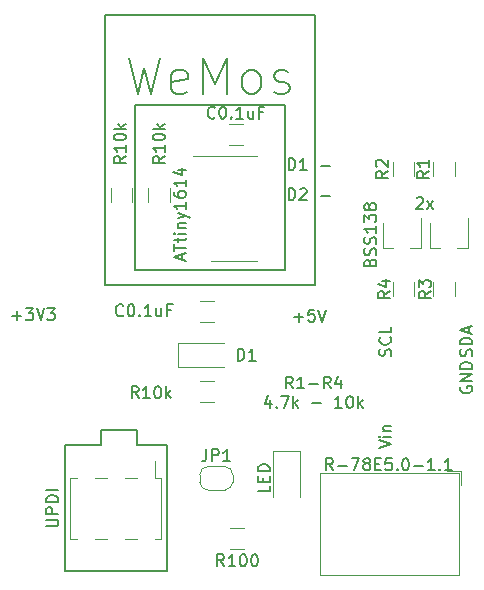
<source format=gto>
G04 #@! TF.GenerationSoftware,KiCad,Pcbnew,(5.1.5-0-10_14)*
G04 #@! TF.CreationDate,2020-04-22T00:34:19+02:00*
G04 #@! TF.ProjectId,ithowifi,6974686f-7769-4666-992e-6b696361645f,rev?*
G04 #@! TF.SameCoordinates,Original*
G04 #@! TF.FileFunction,Legend,Top*
G04 #@! TF.FilePolarity,Positive*
%FSLAX46Y46*%
G04 Gerber Fmt 4.6, Leading zero omitted, Abs format (unit mm)*
G04 Created by KiCad (PCBNEW (5.1.5-0-10_14)) date 2020-04-22 00:34:19*
%MOMM*%
%LPD*%
G04 APERTURE LIST*
%ADD10C,0.150000*%
%ADD11C,0.120000*%
G04 APERTURE END LIST*
D10*
X98806000Y-149352000D02*
X98806000Y-138684000D01*
X90170000Y-149352000D02*
X98806000Y-149352000D01*
X90170000Y-138684000D02*
X90170000Y-149352000D01*
X93218000Y-138684000D02*
X90170000Y-138684000D01*
X93218000Y-137414000D02*
X93218000Y-138684000D01*
X96266000Y-137414000D02*
X93218000Y-137414000D01*
X96266000Y-138684000D02*
X96266000Y-137414000D01*
X98806000Y-138684000D02*
X96266000Y-138684000D01*
X109132904Y-117927380D02*
X109132904Y-116927380D01*
X109371000Y-116927380D01*
X109513857Y-116975000D01*
X109609095Y-117070238D01*
X109656714Y-117165476D01*
X109704333Y-117355952D01*
X109704333Y-117498809D01*
X109656714Y-117689285D01*
X109609095Y-117784523D01*
X109513857Y-117879761D01*
X109371000Y-117927380D01*
X109132904Y-117927380D01*
X110085285Y-117022619D02*
X110132904Y-116975000D01*
X110228142Y-116927380D01*
X110466238Y-116927380D01*
X110561476Y-116975000D01*
X110609095Y-117022619D01*
X110656714Y-117117857D01*
X110656714Y-117213095D01*
X110609095Y-117355952D01*
X110037666Y-117927380D01*
X110656714Y-117927380D01*
X111847190Y-117546428D02*
X112609095Y-117546428D01*
X109132904Y-115387380D02*
X109132904Y-114387380D01*
X109371000Y-114387380D01*
X109513857Y-114435000D01*
X109609095Y-114530238D01*
X109656714Y-114625476D01*
X109704333Y-114815952D01*
X109704333Y-114958809D01*
X109656714Y-115149285D01*
X109609095Y-115244523D01*
X109513857Y-115339761D01*
X109371000Y-115387380D01*
X109132904Y-115387380D01*
X110656714Y-115387380D02*
X110085285Y-115387380D01*
X110371000Y-115387380D02*
X110371000Y-114387380D01*
X110275761Y-114530238D01*
X110180523Y-114625476D01*
X110085285Y-114673095D01*
X111847190Y-115006428D02*
X112609095Y-115006428D01*
X85741095Y-127706428D02*
X86503000Y-127706428D01*
X86122047Y-128087380D02*
X86122047Y-127325476D01*
X86883952Y-127087380D02*
X87503000Y-127087380D01*
X87169666Y-127468333D01*
X87312523Y-127468333D01*
X87407761Y-127515952D01*
X87455380Y-127563571D01*
X87503000Y-127658809D01*
X87503000Y-127896904D01*
X87455380Y-127992142D01*
X87407761Y-128039761D01*
X87312523Y-128087380D01*
X87026809Y-128087380D01*
X86931571Y-128039761D01*
X86883952Y-127992142D01*
X87788714Y-127087380D02*
X88122047Y-128087380D01*
X88455380Y-127087380D01*
X88693476Y-127087380D02*
X89312523Y-127087380D01*
X88979190Y-127468333D01*
X89122047Y-127468333D01*
X89217285Y-127515952D01*
X89264904Y-127563571D01*
X89312523Y-127658809D01*
X89312523Y-127896904D01*
X89264904Y-127992142D01*
X89217285Y-128039761D01*
X89122047Y-128087380D01*
X88836333Y-128087380D01*
X88741095Y-128039761D01*
X88693476Y-127992142D01*
X109585285Y-127833428D02*
X110347190Y-127833428D01*
X109966238Y-128214380D02*
X109966238Y-127452476D01*
X111299571Y-127214380D02*
X110823380Y-127214380D01*
X110775761Y-127690571D01*
X110823380Y-127642952D01*
X110918619Y-127595333D01*
X111156714Y-127595333D01*
X111251952Y-127642952D01*
X111299571Y-127690571D01*
X111347190Y-127785809D01*
X111347190Y-128023904D01*
X111299571Y-128119142D01*
X111251952Y-128166761D01*
X111156714Y-128214380D01*
X110918619Y-128214380D01*
X110823380Y-128166761D01*
X110775761Y-128119142D01*
X111632904Y-127214380D02*
X111966238Y-128214380D01*
X112299571Y-127214380D01*
X109490095Y-133866380D02*
X109156761Y-133390190D01*
X108918666Y-133866380D02*
X108918666Y-132866380D01*
X109299619Y-132866380D01*
X109394857Y-132914000D01*
X109442476Y-132961619D01*
X109490095Y-133056857D01*
X109490095Y-133199714D01*
X109442476Y-133294952D01*
X109394857Y-133342571D01*
X109299619Y-133390190D01*
X108918666Y-133390190D01*
X110442476Y-133866380D02*
X109871047Y-133866380D01*
X110156761Y-133866380D02*
X110156761Y-132866380D01*
X110061523Y-133009238D01*
X109966285Y-133104476D01*
X109871047Y-133152095D01*
X110871047Y-133485428D02*
X111632952Y-133485428D01*
X112680571Y-133866380D02*
X112347238Y-133390190D01*
X112109142Y-133866380D02*
X112109142Y-132866380D01*
X112490095Y-132866380D01*
X112585333Y-132914000D01*
X112632952Y-132961619D01*
X112680571Y-133056857D01*
X112680571Y-133199714D01*
X112632952Y-133294952D01*
X112585333Y-133342571D01*
X112490095Y-133390190D01*
X112109142Y-133390190D01*
X113537714Y-133199714D02*
X113537714Y-133866380D01*
X113299619Y-132818761D02*
X113061523Y-133533047D01*
X113680571Y-133533047D01*
X107585333Y-134849714D02*
X107585333Y-135516380D01*
X107347238Y-134468761D02*
X107109142Y-135183047D01*
X107728190Y-135183047D01*
X108109142Y-135421142D02*
X108156761Y-135468761D01*
X108109142Y-135516380D01*
X108061523Y-135468761D01*
X108109142Y-135421142D01*
X108109142Y-135516380D01*
X108490095Y-134516380D02*
X109156761Y-134516380D01*
X108728190Y-135516380D01*
X109537714Y-135516380D02*
X109537714Y-134516380D01*
X109632952Y-135135428D02*
X109918666Y-135516380D01*
X109918666Y-134849714D02*
X109537714Y-135230666D01*
X111109142Y-135135428D02*
X111871047Y-135135428D01*
X113632952Y-135516380D02*
X113061523Y-135516380D01*
X113347238Y-135516380D02*
X113347238Y-134516380D01*
X113252000Y-134659238D01*
X113156761Y-134754476D01*
X113061523Y-134802095D01*
X114252000Y-134516380D02*
X114347238Y-134516380D01*
X114442476Y-134564000D01*
X114490095Y-134611619D01*
X114537714Y-134706857D01*
X114585333Y-134897333D01*
X114585333Y-135135428D01*
X114537714Y-135325904D01*
X114490095Y-135421142D01*
X114442476Y-135468761D01*
X114347238Y-135516380D01*
X114252000Y-135516380D01*
X114156761Y-135468761D01*
X114109142Y-135421142D01*
X114061523Y-135325904D01*
X114013904Y-135135428D01*
X114013904Y-134897333D01*
X114061523Y-134706857D01*
X114109142Y-134611619D01*
X114156761Y-134564000D01*
X114252000Y-134516380D01*
X115013904Y-135516380D02*
X115013904Y-134516380D01*
X115109142Y-135135428D02*
X115394857Y-135516380D01*
X115394857Y-134849714D02*
X115013904Y-135230666D01*
X116800380Y-138945809D02*
X117800380Y-138612476D01*
X116800380Y-138279142D01*
X117800380Y-137945809D02*
X117133714Y-137945809D01*
X116800380Y-137945809D02*
X116848000Y-137993428D01*
X116895619Y-137945809D01*
X116848000Y-137898190D01*
X116800380Y-137945809D01*
X116895619Y-137945809D01*
X117133714Y-137469619D02*
X117800380Y-137469619D01*
X117228952Y-137469619D02*
X117181333Y-137422000D01*
X117133714Y-137326761D01*
X117133714Y-137183904D01*
X117181333Y-137088666D01*
X117276571Y-137041047D01*
X117800380Y-137041047D01*
X123706000Y-133730904D02*
X123658380Y-133826142D01*
X123658380Y-133969000D01*
X123706000Y-134111857D01*
X123801238Y-134207095D01*
X123896476Y-134254714D01*
X124086952Y-134302333D01*
X124229809Y-134302333D01*
X124420285Y-134254714D01*
X124515523Y-134207095D01*
X124610761Y-134111857D01*
X124658380Y-133969000D01*
X124658380Y-133873761D01*
X124610761Y-133730904D01*
X124563142Y-133683285D01*
X124229809Y-133683285D01*
X124229809Y-133873761D01*
X124658380Y-133254714D02*
X123658380Y-133254714D01*
X124658380Y-132683285D01*
X123658380Y-132683285D01*
X124658380Y-132207095D02*
X123658380Y-132207095D01*
X123658380Y-131969000D01*
X123706000Y-131826142D01*
X123801238Y-131730904D01*
X123896476Y-131683285D01*
X124086952Y-131635666D01*
X124229809Y-131635666D01*
X124420285Y-131683285D01*
X124515523Y-131730904D01*
X124610761Y-131826142D01*
X124658380Y-131969000D01*
X124658380Y-132207095D01*
X117752761Y-131111476D02*
X117800380Y-130968619D01*
X117800380Y-130730523D01*
X117752761Y-130635285D01*
X117705142Y-130587666D01*
X117609904Y-130540047D01*
X117514666Y-130540047D01*
X117419428Y-130587666D01*
X117371809Y-130635285D01*
X117324190Y-130730523D01*
X117276571Y-130921000D01*
X117228952Y-131016238D01*
X117181333Y-131063857D01*
X117086095Y-131111476D01*
X116990857Y-131111476D01*
X116895619Y-131063857D01*
X116848000Y-131016238D01*
X116800380Y-130921000D01*
X116800380Y-130682904D01*
X116848000Y-130540047D01*
X117705142Y-129540047D02*
X117752761Y-129587666D01*
X117800380Y-129730523D01*
X117800380Y-129825761D01*
X117752761Y-129968619D01*
X117657523Y-130063857D01*
X117562285Y-130111476D01*
X117371809Y-130159095D01*
X117228952Y-130159095D01*
X117038476Y-130111476D01*
X116943238Y-130063857D01*
X116848000Y-129968619D01*
X116800380Y-129825761D01*
X116800380Y-129730523D01*
X116848000Y-129587666D01*
X116895619Y-129540047D01*
X117800380Y-128635285D02*
X117800380Y-129111476D01*
X116800380Y-129111476D01*
X124610761Y-131135285D02*
X124658380Y-130992428D01*
X124658380Y-130754333D01*
X124610761Y-130659095D01*
X124563142Y-130611476D01*
X124467904Y-130563857D01*
X124372666Y-130563857D01*
X124277428Y-130611476D01*
X124229809Y-130659095D01*
X124182190Y-130754333D01*
X124134571Y-130944809D01*
X124086952Y-131040047D01*
X124039333Y-131087666D01*
X123944095Y-131135285D01*
X123848857Y-131135285D01*
X123753619Y-131087666D01*
X123706000Y-131040047D01*
X123658380Y-130944809D01*
X123658380Y-130706714D01*
X123706000Y-130563857D01*
X124658380Y-130135285D02*
X123658380Y-130135285D01*
X123658380Y-129897190D01*
X123706000Y-129754333D01*
X123801238Y-129659095D01*
X123896476Y-129611476D01*
X124086952Y-129563857D01*
X124229809Y-129563857D01*
X124420285Y-129611476D01*
X124515523Y-129659095D01*
X124610761Y-129754333D01*
X124658380Y-129897190D01*
X124658380Y-130135285D01*
X124372666Y-129182904D02*
X124372666Y-128706714D01*
X124658380Y-129278142D02*
X123658380Y-128944809D01*
X124658380Y-128611476D01*
D11*
X95906000Y-118077064D02*
X95906000Y-116872936D01*
X94086000Y-118077064D02*
X94086000Y-116872936D01*
X99081000Y-118077064D02*
X99081000Y-116872936D01*
X97261000Y-118077064D02*
X97261000Y-116872936D01*
X121072000Y-119829000D02*
X121072000Y-121979000D01*
X124292000Y-119404000D02*
X124292000Y-121979000D01*
X121982000Y-121979000D02*
X121072000Y-121979000D01*
X124292000Y-121979000D02*
X123382000Y-121979000D01*
X104045936Y-113305000D02*
X105250064Y-113305000D01*
X104045936Y-111485000D02*
X105250064Y-111485000D01*
X104521000Y-114183000D02*
X101071000Y-114183000D01*
X104521000Y-114183000D02*
X106471000Y-114183000D01*
X104521000Y-123053000D02*
X102571000Y-123053000D01*
X104521000Y-123053000D02*
X106471000Y-123053000D01*
X102840064Y-133202000D02*
X101635936Y-133202000D01*
X102840064Y-135022000D02*
X101635936Y-135022000D01*
X117074000Y-119829000D02*
X117074000Y-121979000D01*
X120294000Y-119404000D02*
X120294000Y-121979000D01*
X117984000Y-121979000D02*
X117074000Y-121979000D01*
X120294000Y-121979000D02*
X119384000Y-121979000D01*
X103697000Y-142478000D02*
X102297000Y-142478000D01*
X101597000Y-141778000D02*
X101597000Y-141178000D01*
X102297000Y-140478000D02*
X103697000Y-140478000D01*
X104397000Y-141178000D02*
X104397000Y-141778000D01*
X104397000Y-141778000D02*
G75*
G02X103697000Y-142478000I-700000J0D01*
G01*
X103697000Y-140478000D02*
G75*
G02X104397000Y-141178000I0J-700000D01*
G01*
X101597000Y-141178000D02*
G75*
G02X102297000Y-140478000I700000J0D01*
G01*
X102297000Y-142478000D02*
G75*
G02X101597000Y-141778000I0J700000D01*
G01*
X93728000Y-146618000D02*
X92708000Y-146618000D01*
X93728000Y-141418000D02*
X92708000Y-141418000D01*
X96268000Y-146618000D02*
X95248000Y-146618000D01*
X96268000Y-141418000D02*
X95248000Y-141418000D01*
X91188000Y-146618000D02*
X90618000Y-146618000D01*
X91188000Y-141418000D02*
X90618000Y-141418000D01*
X98358000Y-146618000D02*
X97788000Y-146618000D01*
X98358000Y-141418000D02*
X97788000Y-141418000D01*
X97788000Y-139978000D02*
X97788000Y-141418000D01*
X90618000Y-141418000D02*
X90618000Y-146618000D01*
X98358000Y-141418000D02*
X98358000Y-146618000D01*
X99766000Y-130064000D02*
X103666000Y-130064000D01*
X99766000Y-132064000D02*
X103666000Y-132064000D01*
X99766000Y-130064000D02*
X99766000Y-132064000D01*
X101632936Y-128291000D02*
X102837064Y-128291000D01*
X101632936Y-126471000D02*
X102837064Y-126471000D01*
X104172936Y-147468000D02*
X105377064Y-147468000D01*
X104172936Y-145648000D02*
X105377064Y-145648000D01*
X107831000Y-139193000D02*
X107831000Y-143078000D01*
X110101000Y-139193000D02*
X107831000Y-139193000D01*
X110101000Y-143078000D02*
X110101000Y-139193000D01*
X117962000Y-124873936D02*
X117962000Y-126078064D01*
X119782000Y-124873936D02*
X119782000Y-126078064D01*
X121391000Y-124873936D02*
X121391000Y-126078064D01*
X123211000Y-124873936D02*
X123211000Y-126078064D01*
X123185600Y-114710936D02*
X123185600Y-115915064D01*
X121365600Y-114710936D02*
X121365600Y-115915064D01*
X119782000Y-115915064D02*
X119782000Y-114710936D01*
X117962000Y-115915064D02*
X117962000Y-114710936D01*
X123753000Y-140829000D02*
X122513000Y-140829000D01*
X123753000Y-142069000D02*
X123753000Y-140829000D01*
X111792000Y-149689000D02*
X111792000Y-141069000D01*
X123513000Y-149689000D02*
X123513000Y-141069000D01*
X123513000Y-141069000D02*
X111792000Y-141069000D01*
X123513000Y-149689000D02*
X111792000Y-149689000D01*
D10*
X111379000Y-102235000D02*
X111379000Y-125095000D01*
X93599000Y-102235000D02*
X111379000Y-102235000D01*
X93599000Y-125095000D02*
X93599000Y-102235000D01*
X111379000Y-125095000D02*
X93599000Y-125095000D01*
X96139000Y-123825000D02*
X108839000Y-123825000D01*
X96139000Y-109855000D02*
X96139000Y-123825000D01*
X108839000Y-109855000D02*
X96139000Y-109855000D01*
X108839000Y-123825000D02*
X108839000Y-109855000D01*
X95321380Y-114204619D02*
X94845190Y-114537952D01*
X95321380Y-114776047D02*
X94321380Y-114776047D01*
X94321380Y-114395095D01*
X94369000Y-114299857D01*
X94416619Y-114252238D01*
X94511857Y-114204619D01*
X94654714Y-114204619D01*
X94749952Y-114252238D01*
X94797571Y-114299857D01*
X94845190Y-114395095D01*
X94845190Y-114776047D01*
X95321380Y-113252238D02*
X95321380Y-113823666D01*
X95321380Y-113537952D02*
X94321380Y-113537952D01*
X94464238Y-113633190D01*
X94559476Y-113728428D01*
X94607095Y-113823666D01*
X94321380Y-112633190D02*
X94321380Y-112537952D01*
X94369000Y-112442714D01*
X94416619Y-112395095D01*
X94511857Y-112347476D01*
X94702333Y-112299857D01*
X94940428Y-112299857D01*
X95130904Y-112347476D01*
X95226142Y-112395095D01*
X95273761Y-112442714D01*
X95321380Y-112537952D01*
X95321380Y-112633190D01*
X95273761Y-112728428D01*
X95226142Y-112776047D01*
X95130904Y-112823666D01*
X94940428Y-112871285D01*
X94702333Y-112871285D01*
X94511857Y-112823666D01*
X94416619Y-112776047D01*
X94369000Y-112728428D01*
X94321380Y-112633190D01*
X95321380Y-111871285D02*
X94321380Y-111871285D01*
X94940428Y-111776047D02*
X95321380Y-111490333D01*
X94654714Y-111490333D02*
X95035666Y-111871285D01*
X98623380Y-114204619D02*
X98147190Y-114537952D01*
X98623380Y-114776047D02*
X97623380Y-114776047D01*
X97623380Y-114395095D01*
X97671000Y-114299857D01*
X97718619Y-114252238D01*
X97813857Y-114204619D01*
X97956714Y-114204619D01*
X98051952Y-114252238D01*
X98099571Y-114299857D01*
X98147190Y-114395095D01*
X98147190Y-114776047D01*
X98623380Y-113252238D02*
X98623380Y-113823666D01*
X98623380Y-113537952D02*
X97623380Y-113537952D01*
X97766238Y-113633190D01*
X97861476Y-113728428D01*
X97909095Y-113823666D01*
X97623380Y-112633190D02*
X97623380Y-112537952D01*
X97671000Y-112442714D01*
X97718619Y-112395095D01*
X97813857Y-112347476D01*
X98004333Y-112299857D01*
X98242428Y-112299857D01*
X98432904Y-112347476D01*
X98528142Y-112395095D01*
X98575761Y-112442714D01*
X98623380Y-112537952D01*
X98623380Y-112633190D01*
X98575761Y-112728428D01*
X98528142Y-112776047D01*
X98432904Y-112823666D01*
X98242428Y-112871285D01*
X98004333Y-112871285D01*
X97813857Y-112823666D01*
X97718619Y-112776047D01*
X97671000Y-112728428D01*
X97623380Y-112633190D01*
X98623380Y-111871285D02*
X97623380Y-111871285D01*
X98242428Y-111776047D02*
X98623380Y-111490333D01*
X97956714Y-111490333D02*
X98337666Y-111871285D01*
X119959523Y-117784619D02*
X120007142Y-117737000D01*
X120102380Y-117689380D01*
X120340476Y-117689380D01*
X120435714Y-117737000D01*
X120483333Y-117784619D01*
X120530952Y-117879857D01*
X120530952Y-117975095D01*
X120483333Y-118117952D01*
X119911904Y-118689380D01*
X120530952Y-118689380D01*
X120864285Y-118689380D02*
X121388095Y-118022714D01*
X120864285Y-118022714D02*
X121388095Y-118689380D01*
X102886095Y-110932142D02*
X102838476Y-110979761D01*
X102695619Y-111027380D01*
X102600380Y-111027380D01*
X102457523Y-110979761D01*
X102362285Y-110884523D01*
X102314666Y-110789285D01*
X102267047Y-110598809D01*
X102267047Y-110455952D01*
X102314666Y-110265476D01*
X102362285Y-110170238D01*
X102457523Y-110075000D01*
X102600380Y-110027380D01*
X102695619Y-110027380D01*
X102838476Y-110075000D01*
X102886095Y-110122619D01*
X103505142Y-110027380D02*
X103600380Y-110027380D01*
X103695619Y-110075000D01*
X103743238Y-110122619D01*
X103790857Y-110217857D01*
X103838476Y-110408333D01*
X103838476Y-110646428D01*
X103790857Y-110836904D01*
X103743238Y-110932142D01*
X103695619Y-110979761D01*
X103600380Y-111027380D01*
X103505142Y-111027380D01*
X103409904Y-110979761D01*
X103362285Y-110932142D01*
X103314666Y-110836904D01*
X103267047Y-110646428D01*
X103267047Y-110408333D01*
X103314666Y-110217857D01*
X103362285Y-110122619D01*
X103409904Y-110075000D01*
X103505142Y-110027380D01*
X104267047Y-110932142D02*
X104314666Y-110979761D01*
X104267047Y-111027380D01*
X104219428Y-110979761D01*
X104267047Y-110932142D01*
X104267047Y-111027380D01*
X105267047Y-111027380D02*
X104695619Y-111027380D01*
X104981333Y-111027380D02*
X104981333Y-110027380D01*
X104886095Y-110170238D01*
X104790857Y-110265476D01*
X104695619Y-110313095D01*
X106124190Y-110360714D02*
X106124190Y-111027380D01*
X105695619Y-110360714D02*
X105695619Y-110884523D01*
X105743238Y-110979761D01*
X105838476Y-111027380D01*
X105981333Y-111027380D01*
X106076571Y-110979761D01*
X106124190Y-110932142D01*
X106933714Y-110503571D02*
X106600380Y-110503571D01*
X106600380Y-111027380D02*
X106600380Y-110027380D01*
X107076571Y-110027380D01*
X100115666Y-123006952D02*
X100115666Y-122530761D01*
X100401380Y-123102190D02*
X99401380Y-122768857D01*
X100401380Y-122435523D01*
X99401380Y-122245047D02*
X99401380Y-121673619D01*
X100401380Y-121959333D02*
X99401380Y-121959333D01*
X99734714Y-121483142D02*
X99734714Y-121102190D01*
X99401380Y-121340285D02*
X100258523Y-121340285D01*
X100353761Y-121292666D01*
X100401380Y-121197428D01*
X100401380Y-121102190D01*
X100401380Y-120768857D02*
X99734714Y-120768857D01*
X99401380Y-120768857D02*
X99449000Y-120816476D01*
X99496619Y-120768857D01*
X99449000Y-120721238D01*
X99401380Y-120768857D01*
X99496619Y-120768857D01*
X99734714Y-120292666D02*
X100401380Y-120292666D01*
X99829952Y-120292666D02*
X99782333Y-120245047D01*
X99734714Y-120149809D01*
X99734714Y-120006952D01*
X99782333Y-119911714D01*
X99877571Y-119864095D01*
X100401380Y-119864095D01*
X99734714Y-119483142D02*
X100401380Y-119245047D01*
X99734714Y-119006952D02*
X100401380Y-119245047D01*
X100639476Y-119340285D01*
X100687095Y-119387904D01*
X100734714Y-119483142D01*
X100401380Y-118102190D02*
X100401380Y-118673619D01*
X100401380Y-118387904D02*
X99401380Y-118387904D01*
X99544238Y-118483142D01*
X99639476Y-118578380D01*
X99687095Y-118673619D01*
X99401380Y-117245047D02*
X99401380Y-117435523D01*
X99449000Y-117530761D01*
X99496619Y-117578380D01*
X99639476Y-117673619D01*
X99829952Y-117721238D01*
X100210904Y-117721238D01*
X100306142Y-117673619D01*
X100353761Y-117626000D01*
X100401380Y-117530761D01*
X100401380Y-117340285D01*
X100353761Y-117245047D01*
X100306142Y-117197428D01*
X100210904Y-117149809D01*
X99972809Y-117149809D01*
X99877571Y-117197428D01*
X99829952Y-117245047D01*
X99782333Y-117340285D01*
X99782333Y-117530761D01*
X99829952Y-117626000D01*
X99877571Y-117673619D01*
X99972809Y-117721238D01*
X100401380Y-116197428D02*
X100401380Y-116768857D01*
X100401380Y-116483142D02*
X99401380Y-116483142D01*
X99544238Y-116578380D01*
X99639476Y-116673619D01*
X99687095Y-116768857D01*
X99734714Y-115340285D02*
X100401380Y-115340285D01*
X99353761Y-115578380D02*
X100068047Y-115816476D01*
X100068047Y-115197428D01*
X96424880Y-134691380D02*
X96091547Y-134215190D01*
X95853452Y-134691380D02*
X95853452Y-133691380D01*
X96234404Y-133691380D01*
X96329642Y-133739000D01*
X96377261Y-133786619D01*
X96424880Y-133881857D01*
X96424880Y-134024714D01*
X96377261Y-134119952D01*
X96329642Y-134167571D01*
X96234404Y-134215190D01*
X95853452Y-134215190D01*
X97377261Y-134691380D02*
X96805833Y-134691380D01*
X97091547Y-134691380D02*
X97091547Y-133691380D01*
X96996309Y-133834238D01*
X96901071Y-133929476D01*
X96805833Y-133977095D01*
X97996309Y-133691380D02*
X98091547Y-133691380D01*
X98186785Y-133739000D01*
X98234404Y-133786619D01*
X98282023Y-133881857D01*
X98329642Y-134072333D01*
X98329642Y-134310428D01*
X98282023Y-134500904D01*
X98234404Y-134596142D01*
X98186785Y-134643761D01*
X98091547Y-134691380D01*
X97996309Y-134691380D01*
X97901071Y-134643761D01*
X97853452Y-134596142D01*
X97805833Y-134500904D01*
X97758214Y-134310428D01*
X97758214Y-134072333D01*
X97805833Y-133881857D01*
X97853452Y-133786619D01*
X97901071Y-133739000D01*
X97996309Y-133691380D01*
X98758214Y-134691380D02*
X98758214Y-133691380D01*
X98853452Y-134310428D02*
X99139166Y-134691380D01*
X99139166Y-134024714D02*
X98758214Y-134405666D01*
X116006571Y-123213523D02*
X116054190Y-123070666D01*
X116101809Y-123023047D01*
X116197047Y-122975428D01*
X116339904Y-122975428D01*
X116435142Y-123023047D01*
X116482761Y-123070666D01*
X116530380Y-123165904D01*
X116530380Y-123546857D01*
X115530380Y-123546857D01*
X115530380Y-123213523D01*
X115578000Y-123118285D01*
X115625619Y-123070666D01*
X115720857Y-123023047D01*
X115816095Y-123023047D01*
X115911333Y-123070666D01*
X115958952Y-123118285D01*
X116006571Y-123213523D01*
X116006571Y-123546857D01*
X116482761Y-122594476D02*
X116530380Y-122451619D01*
X116530380Y-122213523D01*
X116482761Y-122118285D01*
X116435142Y-122070666D01*
X116339904Y-122023047D01*
X116244666Y-122023047D01*
X116149428Y-122070666D01*
X116101809Y-122118285D01*
X116054190Y-122213523D01*
X116006571Y-122404000D01*
X115958952Y-122499238D01*
X115911333Y-122546857D01*
X115816095Y-122594476D01*
X115720857Y-122594476D01*
X115625619Y-122546857D01*
X115578000Y-122499238D01*
X115530380Y-122404000D01*
X115530380Y-122165904D01*
X115578000Y-122023047D01*
X116482761Y-121642095D02*
X116530380Y-121499238D01*
X116530380Y-121261142D01*
X116482761Y-121165904D01*
X116435142Y-121118285D01*
X116339904Y-121070666D01*
X116244666Y-121070666D01*
X116149428Y-121118285D01*
X116101809Y-121165904D01*
X116054190Y-121261142D01*
X116006571Y-121451619D01*
X115958952Y-121546857D01*
X115911333Y-121594476D01*
X115816095Y-121642095D01*
X115720857Y-121642095D01*
X115625619Y-121594476D01*
X115578000Y-121546857D01*
X115530380Y-121451619D01*
X115530380Y-121213523D01*
X115578000Y-121070666D01*
X116530380Y-120118285D02*
X116530380Y-120689714D01*
X116530380Y-120404000D02*
X115530380Y-120404000D01*
X115673238Y-120499238D01*
X115768476Y-120594476D01*
X115816095Y-120689714D01*
X115530380Y-119784952D02*
X115530380Y-119165904D01*
X115911333Y-119499238D01*
X115911333Y-119356380D01*
X115958952Y-119261142D01*
X116006571Y-119213523D01*
X116101809Y-119165904D01*
X116339904Y-119165904D01*
X116435142Y-119213523D01*
X116482761Y-119261142D01*
X116530380Y-119356380D01*
X116530380Y-119642095D01*
X116482761Y-119737333D01*
X116435142Y-119784952D01*
X115958952Y-118594476D02*
X115911333Y-118689714D01*
X115863714Y-118737333D01*
X115768476Y-118784952D01*
X115720857Y-118784952D01*
X115625619Y-118737333D01*
X115578000Y-118689714D01*
X115530380Y-118594476D01*
X115530380Y-118404000D01*
X115578000Y-118308761D01*
X115625619Y-118261142D01*
X115720857Y-118213523D01*
X115768476Y-118213523D01*
X115863714Y-118261142D01*
X115911333Y-118308761D01*
X115958952Y-118404000D01*
X115958952Y-118594476D01*
X116006571Y-118689714D01*
X116054190Y-118737333D01*
X116149428Y-118784952D01*
X116339904Y-118784952D01*
X116435142Y-118737333D01*
X116482761Y-118689714D01*
X116530380Y-118594476D01*
X116530380Y-118404000D01*
X116482761Y-118308761D01*
X116435142Y-118261142D01*
X116339904Y-118213523D01*
X116149428Y-118213523D01*
X116054190Y-118261142D01*
X116006571Y-118308761D01*
X115958952Y-118404000D01*
X102163666Y-139025380D02*
X102163666Y-139739666D01*
X102116047Y-139882523D01*
X102020809Y-139977761D01*
X101877952Y-140025380D01*
X101782714Y-140025380D01*
X102639857Y-140025380D02*
X102639857Y-139025380D01*
X103020809Y-139025380D01*
X103116047Y-139073000D01*
X103163666Y-139120619D01*
X103211285Y-139215857D01*
X103211285Y-139358714D01*
X103163666Y-139453952D01*
X103116047Y-139501571D01*
X103020809Y-139549190D01*
X102639857Y-139549190D01*
X104163666Y-140025380D02*
X103592238Y-140025380D01*
X103877952Y-140025380D02*
X103877952Y-139025380D01*
X103782714Y-139168238D01*
X103687476Y-139263476D01*
X103592238Y-139311095D01*
X88606380Y-145541809D02*
X89415904Y-145541809D01*
X89511142Y-145494190D01*
X89558761Y-145446571D01*
X89606380Y-145351333D01*
X89606380Y-145160857D01*
X89558761Y-145065619D01*
X89511142Y-145018000D01*
X89415904Y-144970380D01*
X88606380Y-144970380D01*
X89606380Y-144494190D02*
X88606380Y-144494190D01*
X88606380Y-144113238D01*
X88654000Y-144018000D01*
X88701619Y-143970380D01*
X88796857Y-143922761D01*
X88939714Y-143922761D01*
X89034952Y-143970380D01*
X89082571Y-144018000D01*
X89130190Y-144113238D01*
X89130190Y-144494190D01*
X89606380Y-143494190D02*
X88606380Y-143494190D01*
X88606380Y-143256095D01*
X88654000Y-143113238D01*
X88749238Y-143018000D01*
X88844476Y-142970380D01*
X89034952Y-142922761D01*
X89177809Y-142922761D01*
X89368285Y-142970380D01*
X89463523Y-143018000D01*
X89558761Y-143113238D01*
X89606380Y-143256095D01*
X89606380Y-143494190D01*
X89606380Y-142494190D02*
X88606380Y-142494190D01*
X104798904Y-131516380D02*
X104798904Y-130516380D01*
X105037000Y-130516380D01*
X105179857Y-130564000D01*
X105275095Y-130659238D01*
X105322714Y-130754476D01*
X105370333Y-130944952D01*
X105370333Y-131087809D01*
X105322714Y-131278285D01*
X105275095Y-131373523D01*
X105179857Y-131468761D01*
X105037000Y-131516380D01*
X104798904Y-131516380D01*
X106322714Y-131516380D02*
X105751285Y-131516380D01*
X106037000Y-131516380D02*
X106037000Y-130516380D01*
X105941761Y-130659238D01*
X105846523Y-130754476D01*
X105751285Y-130802095D01*
X95113695Y-127661942D02*
X95066076Y-127709561D01*
X94923219Y-127757180D01*
X94827980Y-127757180D01*
X94685123Y-127709561D01*
X94589885Y-127614323D01*
X94542266Y-127519085D01*
X94494647Y-127328609D01*
X94494647Y-127185752D01*
X94542266Y-126995276D01*
X94589885Y-126900038D01*
X94685123Y-126804800D01*
X94827980Y-126757180D01*
X94923219Y-126757180D01*
X95066076Y-126804800D01*
X95113695Y-126852419D01*
X95732742Y-126757180D02*
X95827980Y-126757180D01*
X95923219Y-126804800D01*
X95970838Y-126852419D01*
X96018457Y-126947657D01*
X96066076Y-127138133D01*
X96066076Y-127376228D01*
X96018457Y-127566704D01*
X95970838Y-127661942D01*
X95923219Y-127709561D01*
X95827980Y-127757180D01*
X95732742Y-127757180D01*
X95637504Y-127709561D01*
X95589885Y-127661942D01*
X95542266Y-127566704D01*
X95494647Y-127376228D01*
X95494647Y-127138133D01*
X95542266Y-126947657D01*
X95589885Y-126852419D01*
X95637504Y-126804800D01*
X95732742Y-126757180D01*
X96494647Y-127661942D02*
X96542266Y-127709561D01*
X96494647Y-127757180D01*
X96447028Y-127709561D01*
X96494647Y-127661942D01*
X96494647Y-127757180D01*
X97494647Y-127757180D02*
X96923219Y-127757180D01*
X97208933Y-127757180D02*
X97208933Y-126757180D01*
X97113695Y-126900038D01*
X97018457Y-126995276D01*
X96923219Y-127042895D01*
X98351790Y-127090514D02*
X98351790Y-127757180D01*
X97923219Y-127090514D02*
X97923219Y-127614323D01*
X97970838Y-127709561D01*
X98066076Y-127757180D01*
X98208933Y-127757180D01*
X98304171Y-127709561D01*
X98351790Y-127661942D01*
X99161314Y-127233371D02*
X98827980Y-127233371D01*
X98827980Y-127757180D02*
X98827980Y-126757180D01*
X99304171Y-126757180D01*
X103655952Y-148915380D02*
X103322619Y-148439190D01*
X103084523Y-148915380D02*
X103084523Y-147915380D01*
X103465476Y-147915380D01*
X103560714Y-147963000D01*
X103608333Y-148010619D01*
X103655952Y-148105857D01*
X103655952Y-148248714D01*
X103608333Y-148343952D01*
X103560714Y-148391571D01*
X103465476Y-148439190D01*
X103084523Y-148439190D01*
X104608333Y-148915380D02*
X104036904Y-148915380D01*
X104322619Y-148915380D02*
X104322619Y-147915380D01*
X104227380Y-148058238D01*
X104132142Y-148153476D01*
X104036904Y-148201095D01*
X105227380Y-147915380D02*
X105322619Y-147915380D01*
X105417857Y-147963000D01*
X105465476Y-148010619D01*
X105513095Y-148105857D01*
X105560714Y-148296333D01*
X105560714Y-148534428D01*
X105513095Y-148724904D01*
X105465476Y-148820142D01*
X105417857Y-148867761D01*
X105322619Y-148915380D01*
X105227380Y-148915380D01*
X105132142Y-148867761D01*
X105084523Y-148820142D01*
X105036904Y-148724904D01*
X104989285Y-148534428D01*
X104989285Y-148296333D01*
X105036904Y-148105857D01*
X105084523Y-148010619D01*
X105132142Y-147963000D01*
X105227380Y-147915380D01*
X106179761Y-147915380D02*
X106275000Y-147915380D01*
X106370238Y-147963000D01*
X106417857Y-148010619D01*
X106465476Y-148105857D01*
X106513095Y-148296333D01*
X106513095Y-148534428D01*
X106465476Y-148724904D01*
X106417857Y-148820142D01*
X106370238Y-148867761D01*
X106275000Y-148915380D01*
X106179761Y-148915380D01*
X106084523Y-148867761D01*
X106036904Y-148820142D01*
X105989285Y-148724904D01*
X105941666Y-148534428D01*
X105941666Y-148296333D01*
X105989285Y-148105857D01*
X106036904Y-148010619D01*
X106084523Y-147963000D01*
X106179761Y-147915380D01*
X107513380Y-142117857D02*
X107513380Y-142594047D01*
X106513380Y-142594047D01*
X106989571Y-141784523D02*
X106989571Y-141451190D01*
X107513380Y-141308333D02*
X107513380Y-141784523D01*
X106513380Y-141784523D01*
X106513380Y-141308333D01*
X107513380Y-140879761D02*
X106513380Y-140879761D01*
X106513380Y-140641666D01*
X106561000Y-140498809D01*
X106656238Y-140403571D01*
X106751476Y-140355952D01*
X106941952Y-140308333D01*
X107084809Y-140308333D01*
X107275285Y-140355952D01*
X107370523Y-140403571D01*
X107465761Y-140498809D01*
X107513380Y-140641666D01*
X107513380Y-140879761D01*
X117715380Y-125642666D02*
X117239190Y-125976000D01*
X117715380Y-126214095D02*
X116715380Y-126214095D01*
X116715380Y-125833142D01*
X116763000Y-125737904D01*
X116810619Y-125690285D01*
X116905857Y-125642666D01*
X117048714Y-125642666D01*
X117143952Y-125690285D01*
X117191571Y-125737904D01*
X117239190Y-125833142D01*
X117239190Y-126214095D01*
X117048714Y-124785523D02*
X117715380Y-124785523D01*
X116667761Y-125023619D02*
X117382047Y-125261714D01*
X117382047Y-124642666D01*
X121144380Y-125642666D02*
X120668190Y-125976000D01*
X121144380Y-126214095D02*
X120144380Y-126214095D01*
X120144380Y-125833142D01*
X120192000Y-125737904D01*
X120239619Y-125690285D01*
X120334857Y-125642666D01*
X120477714Y-125642666D01*
X120572952Y-125690285D01*
X120620571Y-125737904D01*
X120668190Y-125833142D01*
X120668190Y-126214095D01*
X120144380Y-125309333D02*
X120144380Y-124690285D01*
X120525333Y-125023619D01*
X120525333Y-124880761D01*
X120572952Y-124785523D01*
X120620571Y-124737904D01*
X120715809Y-124690285D01*
X120953904Y-124690285D01*
X121049142Y-124737904D01*
X121096761Y-124785523D01*
X121144380Y-124880761D01*
X121144380Y-125166476D01*
X121096761Y-125261714D01*
X121049142Y-125309333D01*
X120975380Y-115479666D02*
X120499190Y-115813000D01*
X120975380Y-116051095D02*
X119975380Y-116051095D01*
X119975380Y-115670142D01*
X120023000Y-115574904D01*
X120070619Y-115527285D01*
X120165857Y-115479666D01*
X120308714Y-115479666D01*
X120403952Y-115527285D01*
X120451571Y-115574904D01*
X120499190Y-115670142D01*
X120499190Y-116051095D01*
X120975380Y-114527285D02*
X120975380Y-115098714D01*
X120975380Y-114813000D02*
X119975380Y-114813000D01*
X120118238Y-114908238D01*
X120213476Y-115003476D01*
X120261095Y-115098714D01*
X117504380Y-115479666D02*
X117028190Y-115813000D01*
X117504380Y-116051095D02*
X116504380Y-116051095D01*
X116504380Y-115670142D01*
X116552000Y-115574904D01*
X116599619Y-115527285D01*
X116694857Y-115479666D01*
X116837714Y-115479666D01*
X116932952Y-115527285D01*
X116980571Y-115574904D01*
X117028190Y-115670142D01*
X117028190Y-116051095D01*
X116599619Y-115098714D02*
X116552000Y-115051095D01*
X116504380Y-114955857D01*
X116504380Y-114717761D01*
X116552000Y-114622523D01*
X116599619Y-114574904D01*
X116694857Y-114527285D01*
X116790095Y-114527285D01*
X116932952Y-114574904D01*
X117504380Y-115146333D01*
X117504380Y-114527285D01*
X112887714Y-140787380D02*
X112554380Y-140311190D01*
X112316285Y-140787380D02*
X112316285Y-139787380D01*
X112697238Y-139787380D01*
X112792476Y-139835000D01*
X112840095Y-139882619D01*
X112887714Y-139977857D01*
X112887714Y-140120714D01*
X112840095Y-140215952D01*
X112792476Y-140263571D01*
X112697238Y-140311190D01*
X112316285Y-140311190D01*
X113316285Y-140406428D02*
X114078190Y-140406428D01*
X114459142Y-139787380D02*
X115125809Y-139787380D01*
X114697238Y-140787380D01*
X115649619Y-140215952D02*
X115554380Y-140168333D01*
X115506761Y-140120714D01*
X115459142Y-140025476D01*
X115459142Y-139977857D01*
X115506761Y-139882619D01*
X115554380Y-139835000D01*
X115649619Y-139787380D01*
X115840095Y-139787380D01*
X115935333Y-139835000D01*
X115982952Y-139882619D01*
X116030571Y-139977857D01*
X116030571Y-140025476D01*
X115982952Y-140120714D01*
X115935333Y-140168333D01*
X115840095Y-140215952D01*
X115649619Y-140215952D01*
X115554380Y-140263571D01*
X115506761Y-140311190D01*
X115459142Y-140406428D01*
X115459142Y-140596904D01*
X115506761Y-140692142D01*
X115554380Y-140739761D01*
X115649619Y-140787380D01*
X115840095Y-140787380D01*
X115935333Y-140739761D01*
X115982952Y-140692142D01*
X116030571Y-140596904D01*
X116030571Y-140406428D01*
X115982952Y-140311190D01*
X115935333Y-140263571D01*
X115840095Y-140215952D01*
X116459142Y-140263571D02*
X116792476Y-140263571D01*
X116935333Y-140787380D02*
X116459142Y-140787380D01*
X116459142Y-139787380D01*
X116935333Y-139787380D01*
X117840095Y-139787380D02*
X117363904Y-139787380D01*
X117316285Y-140263571D01*
X117363904Y-140215952D01*
X117459142Y-140168333D01*
X117697238Y-140168333D01*
X117792476Y-140215952D01*
X117840095Y-140263571D01*
X117887714Y-140358809D01*
X117887714Y-140596904D01*
X117840095Y-140692142D01*
X117792476Y-140739761D01*
X117697238Y-140787380D01*
X117459142Y-140787380D01*
X117363904Y-140739761D01*
X117316285Y-140692142D01*
X118316285Y-140692142D02*
X118363904Y-140739761D01*
X118316285Y-140787380D01*
X118268666Y-140739761D01*
X118316285Y-140692142D01*
X118316285Y-140787380D01*
X118982952Y-139787380D02*
X119078190Y-139787380D01*
X119173428Y-139835000D01*
X119221047Y-139882619D01*
X119268666Y-139977857D01*
X119316285Y-140168333D01*
X119316285Y-140406428D01*
X119268666Y-140596904D01*
X119221047Y-140692142D01*
X119173428Y-140739761D01*
X119078190Y-140787380D01*
X118982952Y-140787380D01*
X118887714Y-140739761D01*
X118840095Y-140692142D01*
X118792476Y-140596904D01*
X118744857Y-140406428D01*
X118744857Y-140168333D01*
X118792476Y-139977857D01*
X118840095Y-139882619D01*
X118887714Y-139835000D01*
X118982952Y-139787380D01*
X119744857Y-140406428D02*
X120506761Y-140406428D01*
X121506761Y-140787380D02*
X120935333Y-140787380D01*
X121221047Y-140787380D02*
X121221047Y-139787380D01*
X121125809Y-139930238D01*
X121030571Y-140025476D01*
X120935333Y-140073095D01*
X121935333Y-140692142D02*
X121982952Y-140739761D01*
X121935333Y-140787380D01*
X121887714Y-140739761D01*
X121935333Y-140692142D01*
X121935333Y-140787380D01*
X122935333Y-140787380D02*
X122363904Y-140787380D01*
X122649619Y-140787380D02*
X122649619Y-139787380D01*
X122554380Y-139930238D01*
X122459142Y-140025476D01*
X122363904Y-140073095D01*
X95631859Y-105926143D02*
X96346144Y-108926142D01*
X96917573Y-106783285D01*
X97489001Y-108926142D01*
X98203287Y-105926143D01*
X100489000Y-108783285D02*
X100203286Y-108926142D01*
X99631858Y-108926142D01*
X99346143Y-108783285D01*
X99203286Y-108497571D01*
X99203286Y-107354714D01*
X99346143Y-107069000D01*
X99631858Y-106926143D01*
X100203286Y-106926143D01*
X100489000Y-107069000D01*
X100631857Y-107354714D01*
X100631857Y-107640428D01*
X99203286Y-107926142D01*
X101917571Y-108926142D02*
X101917571Y-105926143D01*
X102917571Y-108068999D01*
X103917570Y-105926143D01*
X103917570Y-108926142D01*
X105774713Y-108926142D02*
X105488999Y-108783285D01*
X105346141Y-108640428D01*
X105203284Y-108354714D01*
X105203284Y-107497571D01*
X105346141Y-107211857D01*
X105488999Y-107069000D01*
X105774713Y-106926143D01*
X106203284Y-106926143D01*
X106488998Y-107069000D01*
X106631855Y-107211857D01*
X106774712Y-107497571D01*
X106774712Y-108354714D01*
X106631855Y-108640428D01*
X106488998Y-108783285D01*
X106203284Y-108926142D01*
X105774713Y-108926142D01*
X107917569Y-108783285D02*
X108203283Y-108926142D01*
X108774712Y-108926142D01*
X109060426Y-108783285D01*
X109203283Y-108497571D01*
X109203283Y-108354714D01*
X109060426Y-108068999D01*
X108774712Y-107926142D01*
X108346140Y-107926142D01*
X108060426Y-107783285D01*
X107917569Y-107497571D01*
X107917569Y-107354714D01*
X108060426Y-107069000D01*
X108346140Y-106926143D01*
X108774712Y-106926143D01*
X109060426Y-107069000D01*
M02*

</source>
